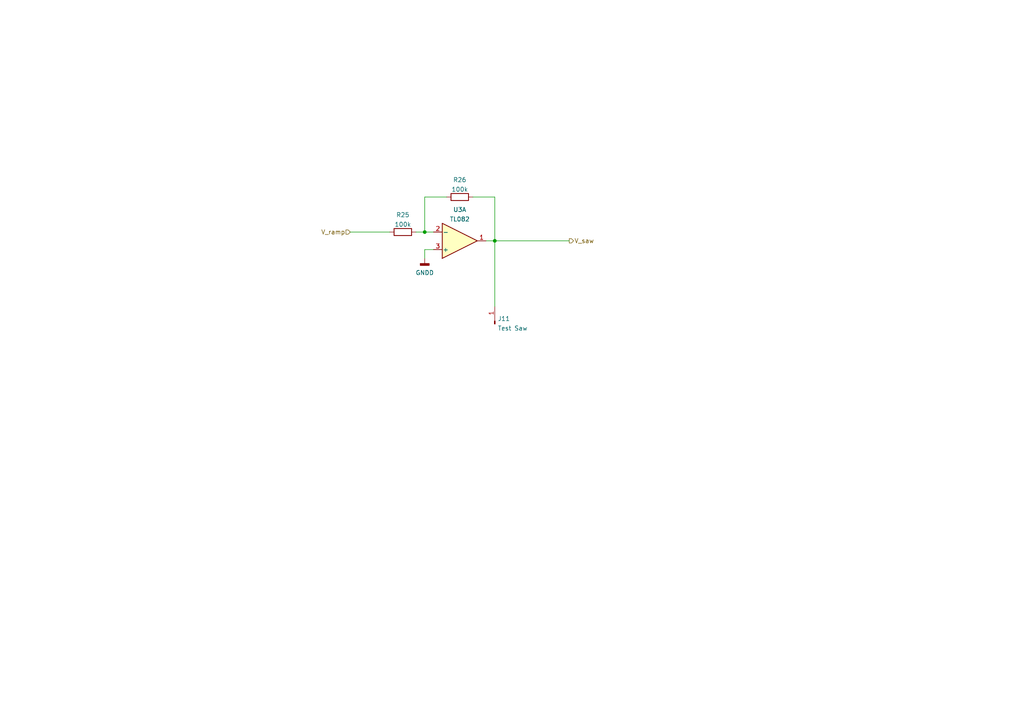
<source format=kicad_sch>
(kicad_sch (version 20211123) (generator eeschema)
  (paper "A4")
  (lib_symbols
    (symbol "Amplifier_Operational:TL082" (pin_names (offset 0.127))
      (property "Reference" "U" (at 0 5.08 0))
      (property "Value" "TL082" (at 0 -5.08 0))
      (symbol "TL082_1_1"
        (polyline (pts (xy -5.08 5.08) (xy 5.08 0) (xy -5.08 -5.08) (xy -5.08 5.08)) (stroke (width 0.254)) (fill (type background)))
        (pin output line (at 7.62 0 180) (length 2.54) (name "~") (number "1"))
        (pin input line (at -7.62 -2.54 0) (length 2.54) (name "-") (number "2"))
        (pin input line (at -7.62 2.54 0) (length 2.54) (name "+") (number "3"))
      )
      (symbol "TL082_2_1"
        (polyline (pts (xy -5.08 5.08) (xy 5.08 0) (xy -5.08 -5.08) (xy -5.08 5.08)) (stroke (width 0.254)) (fill (type background)))
        (pin input line (at -7.62 2.54 0) (length 2.54) (name "+") (number "5"))
        (pin input line (at -7.62 -2.54 0) (length 2.54) (name "-") (number "6"))
        (pin output line (at 7.62 0 180) (length 2.54) (name "~") (number "7"))
      )
      (symbol "TL082_3_1"
        (pin power_in line (at -2.54 -7.62 90) (length 3.81) (name "V-") (number "4"))
        (pin power_in line (at -2.54 7.62 270) (length 3.81) (name "V+") (number "8"))
      )
    )
    (symbol "Connector:Conn_01x01_Male" (pin_names (offset 1.016) hide)
      (property "Reference" "J" (at 0 2.54 0))
      (property "Value" "Conn_01x01_Male" (at 0 -2.54 0))
      (symbol "Conn_01x01_Male_1_1"
        (polyline (pts (xy 1.27 0) (xy 0.8636 0)) (stroke (width 0.1524)))
        (rectangle (start 0.8636 0.127) (end 0 -0.127) (stroke (width 0.1524)) (fill (type outline)))
        (pin passive line (at 5.08 0 180) (length 3.81) (name "Pin_1") (number "1"))
      )
    )
    (symbol "Device:R" (pin_numbers hide) (pin_names (offset 0))
      (property "Reference" "R" (at 2.032 0 90))
      (property "Value" "R" (at 0 0 90))
      (symbol "R_0_1"
        (rectangle (start -1.016 -2.54) (end 1.016 2.54) (stroke (width 0.254)))
      )
      (symbol "R_1_1"
        (pin passive line (at 0 3.81 270) (length 1.27) (name "~") (number "1"))
        (pin passive line (at 0 -3.81 90) (length 1.27) (name "~") (number "2"))
      )
    )
    (symbol "power:GNDD" (power) (pin_names (offset 0))
      (property "Value" "GNDD" (at 0 -3.175 0))
      (symbol "GNDD_0_1"
        (rectangle (start -1.27 -1.524) (end 1.27 -2.032) (stroke (width 0.254)) (fill (type outline)))
        (polyline (pts (xy 0 0) (xy 0 -1.524)))
      )
      (symbol "GNDD_1_1"
        (pin power_in line (at 0 0 270) (length 0) hide (name "GNDD") (number "1"))
      )
    )
  )
  (junction (at 143.51 69.85))
  (junction (at 123.19 67.31))
  (wire (pts (xy 143.51 69.85) (xy 143.51 88.9)))
  (wire (pts (xy 143.51 69.85) (xy 140.97 69.85)))
  (wire (pts (xy 125.73 72.39) (xy 123.19 72.39)))
  (wire (pts (xy 101.6 67.31) (xy 113.03 67.31)))
  (wire (pts (xy 137.16 57.15) (xy 143.51 57.15)))
  (wire (pts (xy 123.19 72.39) (xy 123.19 74.93)))
  (wire (pts (xy 143.51 57.15) (xy 143.51 69.85)))
  (wire (pts (xy 120.65 67.31) (xy 123.19 67.31)))
  (wire (pts (xy 143.51 69.85) (xy 165.1 69.85)))
  (wire (pts (xy 123.19 57.15) (xy 129.54 57.15)))
  (wire (pts (xy 123.19 67.31) (xy 123.19 57.15)))
  (wire (pts (xy 123.19 67.31) (xy 125.73 67.31)))
  (hierarchical_label "V_ramp" (shape input) (at 101.6 67.31 180))
  (hierarchical_label "V_saw" (shape output) (at 165.1 69.85 0))
  (symbol (lib_id "power:GNDD") (at 123.19 74.93 0) (unit 1)
    (property "Reference" "#PWR083" (effects hide))
    (property "Value" "GNDD" (at 123.19 79.1115 0))
  )
  (symbol (lib_id "Connector:Conn_01x01_Male") (at 143.51 93.98 90) (unit 1)
    (property "Reference" "J11" (at 144.3482 92.4365 90) (effects (justify right)))
    (property "Value" "Test Saw" (at 144.3482 95.2116 90) (effects (justify right)))
    (property "Footprint" "Connector_PinHeader_2.54mm:PinHeader_1x01_P2.54mm_Vertical" (effects hide))
  )
  (symbol (lib_id "Device:R") (at 133.35 57.15 90) (unit 1)
    (property "Reference" "R26" (at 133.35 52.1675 90))
    (property "Value" "100k" (at 133.35 54.9426 90))
    (property "Footprint" "Resistor_THT:R_Axial_DIN0207_L6.3mm_D2.5mm_P10.16mm_Horizontal" (effects hide))
  )
  (symbol (lib_id "Amplifier_Operational:TL082") (at 133.35 69.85 0) (mirror x) (unit 1)
    (property "Reference" "U3" (at 133.35 60.8035 0))
    (property "Value" "TL082" (at 133.35 63.5786 0))
    (property "Footprint" "Custom Footprints:DIP-8_central_caps" (effects hide))
    (property "Datasheet" "http://www.ti.com/lit/ds/symlink/tl081.pdf" (effects hide))
  )
  (symbol (lib_id "Device:R") (at 116.84 67.31 90) (unit 1)
    (property "Reference" "R25" (at 116.84 62.3275 90))
    (property "Value" "100k" (at 116.84 65.1026 90))
    (property "Footprint" "Resistor_THT:R_Axial_DIN0207_L6.3mm_D2.5mm_P10.16mm_Horizontal" (effects hide))
  )
)
</source>
